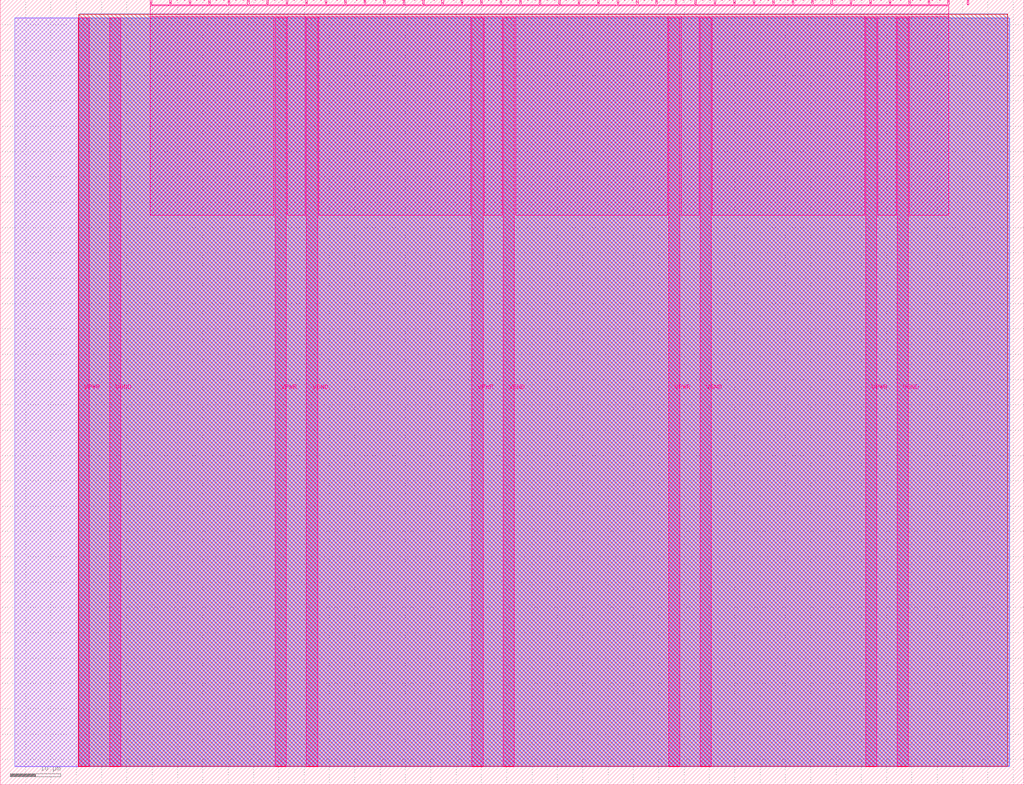
<source format=lef>
VERSION 5.7 ;
  NOWIREEXTENSIONATPIN ON ;
  DIVIDERCHAR "/" ;
  BUSBITCHARS "[]" ;
MACRO tt_um_my_elevator
  CLASS BLOCK ;
  FOREIGN tt_um_my_elevator ;
  ORIGIN 0.000 0.000 ;
  SIZE 202.080 BY 154.980 ;
  PIN VGND
    DIRECTION INOUT ;
    USE GROUND ;
    PORT
      LAYER Metal5 ;
        RECT 21.580 3.560 23.780 151.420 ;
    END
    PORT
      LAYER Metal5 ;
        RECT 60.450 3.560 62.650 151.420 ;
    END
    PORT
      LAYER Metal5 ;
        RECT 99.320 3.560 101.520 151.420 ;
    END
    PORT
      LAYER Metal5 ;
        RECT 138.190 3.560 140.390 151.420 ;
    END
    PORT
      LAYER Metal5 ;
        RECT 177.060 3.560 179.260 151.420 ;
    END
  END VGND
  PIN VPWR
    DIRECTION INOUT ;
    USE POWER ;
    PORT
      LAYER Metal5 ;
        RECT 15.380 3.560 17.580 151.420 ;
    END
    PORT
      LAYER Metal5 ;
        RECT 54.250 3.560 56.450 151.420 ;
    END
    PORT
      LAYER Metal5 ;
        RECT 93.120 3.560 95.320 151.420 ;
    END
    PORT
      LAYER Metal5 ;
        RECT 131.990 3.560 134.190 151.420 ;
    END
    PORT
      LAYER Metal5 ;
        RECT 170.860 3.560 173.060 151.420 ;
    END
  END VPWR
  PIN clk
    DIRECTION INPUT ;
    USE SIGNAL ;
    ANTENNAGATEAREA 0.213200 ;
    PORT
      LAYER Metal5 ;
        RECT 187.050 153.980 187.350 154.980 ;
    END
  END clk
  PIN ena
    DIRECTION INPUT ;
    USE SIGNAL ;
    PORT
      LAYER Metal5 ;
        RECT 190.890 153.980 191.190 154.980 ;
    END
  END ena
  PIN rst_n
    DIRECTION INPUT ;
    USE SIGNAL ;
    ANTENNAGATEAREA 0.629200 ;
    PORT
      LAYER Metal5 ;
        RECT 183.210 153.980 183.510 154.980 ;
    END
  END rst_n
  PIN ui_in[0]
    DIRECTION INPUT ;
    USE SIGNAL ;
    ANTENNAGATEAREA 0.213200 ;
    PORT
      LAYER Metal5 ;
        RECT 179.370 153.980 179.670 154.980 ;
    END
  END ui_in[0]
  PIN ui_in[1]
    DIRECTION INPUT ;
    USE SIGNAL ;
    ANTENNAGATEAREA 0.180700 ;
    PORT
      LAYER Metal5 ;
        RECT 175.530 153.980 175.830 154.980 ;
    END
  END ui_in[1]
  PIN ui_in[2]
    DIRECTION INPUT ;
    USE SIGNAL ;
    ANTENNAGATEAREA 0.213200 ;
    PORT
      LAYER Metal5 ;
        RECT 171.690 153.980 171.990 154.980 ;
    END
  END ui_in[2]
  PIN ui_in[3]
    DIRECTION INPUT ;
    USE SIGNAL ;
    ANTENNAGATEAREA 0.180700 ;
    PORT
      LAYER Metal5 ;
        RECT 167.850 153.980 168.150 154.980 ;
    END
  END ui_in[3]
  PIN ui_in[4]
    DIRECTION INPUT ;
    USE SIGNAL ;
    ANTENNAGATEAREA 0.180700 ;
    PORT
      LAYER Metal5 ;
        RECT 164.010 153.980 164.310 154.980 ;
    END
  END ui_in[4]
  PIN ui_in[5]
    DIRECTION INPUT ;
    USE SIGNAL ;
    ANTENNAGATEAREA 0.180700 ;
    PORT
      LAYER Metal5 ;
        RECT 160.170 153.980 160.470 154.980 ;
    END
  END ui_in[5]
  PIN ui_in[6]
    DIRECTION INPUT ;
    USE SIGNAL ;
    ANTENNAGATEAREA 0.180700 ;
    PORT
      LAYER Metal5 ;
        RECT 156.330 153.980 156.630 154.980 ;
    END
  END ui_in[6]
  PIN ui_in[7]
    DIRECTION INPUT ;
    USE SIGNAL ;
    ANTENNAGATEAREA 0.180700 ;
    PORT
      LAYER Metal5 ;
        RECT 152.490 153.980 152.790 154.980 ;
    END
  END ui_in[7]
  PIN uio_in[0]
    DIRECTION INPUT ;
    USE SIGNAL ;
    PORT
      LAYER Metal5 ;
        RECT 148.650 153.980 148.950 154.980 ;
    END
  END uio_in[0]
  PIN uio_in[1]
    DIRECTION INPUT ;
    USE SIGNAL ;
    PORT
      LAYER Metal5 ;
        RECT 144.810 153.980 145.110 154.980 ;
    END
  END uio_in[1]
  PIN uio_in[2]
    DIRECTION INPUT ;
    USE SIGNAL ;
    PORT
      LAYER Metal5 ;
        RECT 140.970 153.980 141.270 154.980 ;
    END
  END uio_in[2]
  PIN uio_in[3]
    DIRECTION INPUT ;
    USE SIGNAL ;
    PORT
      LAYER Metal5 ;
        RECT 137.130 153.980 137.430 154.980 ;
    END
  END uio_in[3]
  PIN uio_in[4]
    DIRECTION INPUT ;
    USE SIGNAL ;
    PORT
      LAYER Metal5 ;
        RECT 133.290 153.980 133.590 154.980 ;
    END
  END uio_in[4]
  PIN uio_in[5]
    DIRECTION INPUT ;
    USE SIGNAL ;
    PORT
      LAYER Metal5 ;
        RECT 129.450 153.980 129.750 154.980 ;
    END
  END uio_in[5]
  PIN uio_in[6]
    DIRECTION INPUT ;
    USE SIGNAL ;
    PORT
      LAYER Metal5 ;
        RECT 125.610 153.980 125.910 154.980 ;
    END
  END uio_in[6]
  PIN uio_in[7]
    DIRECTION INPUT ;
    USE SIGNAL ;
    PORT
      LAYER Metal5 ;
        RECT 121.770 153.980 122.070 154.980 ;
    END
  END uio_in[7]
  PIN uio_oe[0]
    DIRECTION OUTPUT ;
    USE SIGNAL ;
    ANTENNADIFFAREA 0.299200 ;
    PORT
      LAYER Metal5 ;
        RECT 56.490 153.980 56.790 154.980 ;
    END
  END uio_oe[0]
  PIN uio_oe[1]
    DIRECTION OUTPUT ;
    USE SIGNAL ;
    ANTENNADIFFAREA 0.299200 ;
    PORT
      LAYER Metal5 ;
        RECT 52.650 153.980 52.950 154.980 ;
    END
  END uio_oe[1]
  PIN uio_oe[2]
    DIRECTION OUTPUT ;
    USE SIGNAL ;
    ANTENNADIFFAREA 0.299200 ;
    PORT
      LAYER Metal5 ;
        RECT 48.810 153.980 49.110 154.980 ;
    END
  END uio_oe[2]
  PIN uio_oe[3]
    DIRECTION OUTPUT ;
    USE SIGNAL ;
    ANTENNADIFFAREA 0.299200 ;
    PORT
      LAYER Metal5 ;
        RECT 44.970 153.980 45.270 154.980 ;
    END
  END uio_oe[3]
  PIN uio_oe[4]
    DIRECTION OUTPUT ;
    USE SIGNAL ;
    ANTENNADIFFAREA 0.299200 ;
    PORT
      LAYER Metal5 ;
        RECT 41.130 153.980 41.430 154.980 ;
    END
  END uio_oe[4]
  PIN uio_oe[5]
    DIRECTION OUTPUT ;
    USE SIGNAL ;
    ANTENNADIFFAREA 0.299200 ;
    PORT
      LAYER Metal5 ;
        RECT 37.290 153.980 37.590 154.980 ;
    END
  END uio_oe[5]
  PIN uio_oe[6]
    DIRECTION OUTPUT ;
    USE SIGNAL ;
    ANTENNADIFFAREA 0.299200 ;
    PORT
      LAYER Metal5 ;
        RECT 33.450 153.980 33.750 154.980 ;
    END
  END uio_oe[6]
  PIN uio_oe[7]
    DIRECTION OUTPUT ;
    USE SIGNAL ;
    ANTENNADIFFAREA 0.299200 ;
    PORT
      LAYER Metal5 ;
        RECT 29.610 153.980 29.910 154.980 ;
    END
  END uio_oe[7]
  PIN uio_out[0]
    DIRECTION OUTPUT ;
    USE SIGNAL ;
    ANTENNADIFFAREA 0.299200 ;
    PORT
      LAYER Metal5 ;
        RECT 87.210 153.980 87.510 154.980 ;
    END
  END uio_out[0]
  PIN uio_out[1]
    DIRECTION OUTPUT ;
    USE SIGNAL ;
    ANTENNADIFFAREA 0.299200 ;
    PORT
      LAYER Metal5 ;
        RECT 83.370 153.980 83.670 154.980 ;
    END
  END uio_out[1]
  PIN uio_out[2]
    DIRECTION OUTPUT ;
    USE SIGNAL ;
    ANTENNADIFFAREA 0.299200 ;
    PORT
      LAYER Metal5 ;
        RECT 79.530 153.980 79.830 154.980 ;
    END
  END uio_out[2]
  PIN uio_out[3]
    DIRECTION OUTPUT ;
    USE SIGNAL ;
    ANTENNADIFFAREA 0.299200 ;
    PORT
      LAYER Metal5 ;
        RECT 75.690 153.980 75.990 154.980 ;
    END
  END uio_out[3]
  PIN uio_out[4]
    DIRECTION OUTPUT ;
    USE SIGNAL ;
    ANTENNADIFFAREA 0.299200 ;
    PORT
      LAYER Metal5 ;
        RECT 71.850 153.980 72.150 154.980 ;
    END
  END uio_out[4]
  PIN uio_out[5]
    DIRECTION OUTPUT ;
    USE SIGNAL ;
    ANTENNADIFFAREA 0.299200 ;
    PORT
      LAYER Metal5 ;
        RECT 68.010 153.980 68.310 154.980 ;
    END
  END uio_out[5]
  PIN uio_out[6]
    DIRECTION OUTPUT ;
    USE SIGNAL ;
    ANTENNADIFFAREA 0.299200 ;
    PORT
      LAYER Metal5 ;
        RECT 64.170 153.980 64.470 154.980 ;
    END
  END uio_out[6]
  PIN uio_out[7]
    DIRECTION OUTPUT ;
    USE SIGNAL ;
    ANTENNADIFFAREA 0.299200 ;
    PORT
      LAYER Metal5 ;
        RECT 60.330 153.980 60.630 154.980 ;
    END
  END uio_out[7]
  PIN uo_out[0]
    DIRECTION OUTPUT ;
    USE SIGNAL ;
    ANTENNADIFFAREA 0.706400 ;
    PORT
      LAYER Metal5 ;
        RECT 117.930 153.980 118.230 154.980 ;
    END
  END uo_out[0]
  PIN uo_out[1]
    DIRECTION OUTPUT ;
    USE SIGNAL ;
    ANTENNADIFFAREA 0.662000 ;
    PORT
      LAYER Metal5 ;
        RECT 114.090 153.980 114.390 154.980 ;
    END
  END uo_out[1]
  PIN uo_out[2]
    DIRECTION OUTPUT ;
    USE SIGNAL ;
    ANTENNADIFFAREA 0.662000 ;
    PORT
      LAYER Metal5 ;
        RECT 110.250 153.980 110.550 154.980 ;
    END
  END uo_out[2]
  PIN uo_out[3]
    DIRECTION OUTPUT ;
    USE SIGNAL ;
    ANTENNADIFFAREA 0.662000 ;
    PORT
      LAYER Metal5 ;
        RECT 106.410 153.980 106.710 154.980 ;
    END
  END uo_out[3]
  PIN uo_out[4]
    DIRECTION OUTPUT ;
    USE SIGNAL ;
    ANTENNADIFFAREA 0.649200 ;
    PORT
      LAYER Metal5 ;
        RECT 102.570 153.980 102.870 154.980 ;
    END
  END uo_out[4]
  PIN uo_out[5]
    DIRECTION OUTPUT ;
    USE SIGNAL ;
    ANTENNADIFFAREA 0.662000 ;
    PORT
      LAYER Metal5 ;
        RECT 98.730 153.980 99.030 154.980 ;
    END
  END uo_out[5]
  PIN uo_out[6]
    DIRECTION OUTPUT ;
    USE SIGNAL ;
    ANTENNADIFFAREA 0.662000 ;
    PORT
      LAYER Metal5 ;
        RECT 94.890 153.980 95.190 154.980 ;
    END
  END uo_out[6]
  PIN uo_out[7]
    DIRECTION OUTPUT ;
    USE SIGNAL ;
    ANTENNADIFFAREA 0.654800 ;
    PORT
      LAYER Metal5 ;
        RECT 91.050 153.980 91.350 154.980 ;
    END
  END uo_out[7]
  OBS
      LAYER GatPoly ;
        RECT 2.880 3.630 199.200 151.350 ;
      LAYER Metal1 ;
        RECT 2.880 3.560 199.200 151.420 ;
      LAYER Metal2 ;
        RECT 15.515 3.680 199.300 151.300 ;
      LAYER Metal3 ;
        RECT 15.560 3.635 198.820 152.185 ;
      LAYER Metal4 ;
        RECT 15.515 3.680 198.865 152.140 ;
      LAYER Metal5 ;
        RECT 30.120 153.770 33.240 153.980 ;
        RECT 33.960 153.770 37.080 153.980 ;
        RECT 37.800 153.770 40.920 153.980 ;
        RECT 41.640 153.770 44.760 153.980 ;
        RECT 45.480 153.770 48.600 153.980 ;
        RECT 49.320 153.770 52.440 153.980 ;
        RECT 53.160 153.770 56.280 153.980 ;
        RECT 57.000 153.770 60.120 153.980 ;
        RECT 60.840 153.770 63.960 153.980 ;
        RECT 64.680 153.770 67.800 153.980 ;
        RECT 68.520 153.770 71.640 153.980 ;
        RECT 72.360 153.770 75.480 153.980 ;
        RECT 76.200 153.770 79.320 153.980 ;
        RECT 80.040 153.770 83.160 153.980 ;
        RECT 83.880 153.770 87.000 153.980 ;
        RECT 87.720 153.770 90.840 153.980 ;
        RECT 91.560 153.770 94.680 153.980 ;
        RECT 95.400 153.770 98.520 153.980 ;
        RECT 99.240 153.770 102.360 153.980 ;
        RECT 103.080 153.770 106.200 153.980 ;
        RECT 106.920 153.770 110.040 153.980 ;
        RECT 110.760 153.770 113.880 153.980 ;
        RECT 114.600 153.770 117.720 153.980 ;
        RECT 118.440 153.770 121.560 153.980 ;
        RECT 122.280 153.770 125.400 153.980 ;
        RECT 126.120 153.770 129.240 153.980 ;
        RECT 129.960 153.770 133.080 153.980 ;
        RECT 133.800 153.770 136.920 153.980 ;
        RECT 137.640 153.770 140.760 153.980 ;
        RECT 141.480 153.770 144.600 153.980 ;
        RECT 145.320 153.770 148.440 153.980 ;
        RECT 149.160 153.770 152.280 153.980 ;
        RECT 153.000 153.770 156.120 153.980 ;
        RECT 156.840 153.770 159.960 153.980 ;
        RECT 160.680 153.770 163.800 153.980 ;
        RECT 164.520 153.770 167.640 153.980 ;
        RECT 168.360 153.770 171.480 153.980 ;
        RECT 172.200 153.770 175.320 153.980 ;
        RECT 176.040 153.770 179.160 153.980 ;
        RECT 179.880 153.770 183.000 153.980 ;
        RECT 183.720 153.770 186.840 153.980 ;
        RECT 29.660 151.630 187.300 153.770 ;
        RECT 29.660 112.415 54.040 151.630 ;
        RECT 56.660 112.415 60.240 151.630 ;
        RECT 62.860 112.415 92.910 151.630 ;
        RECT 95.530 112.415 99.110 151.630 ;
        RECT 101.730 112.415 131.780 151.630 ;
        RECT 134.400 112.415 137.980 151.630 ;
        RECT 140.600 112.415 170.650 151.630 ;
        RECT 173.270 112.415 176.850 151.630 ;
        RECT 179.470 112.415 187.300 151.630 ;
  END
END tt_um_my_elevator
END LIBRARY


</source>
